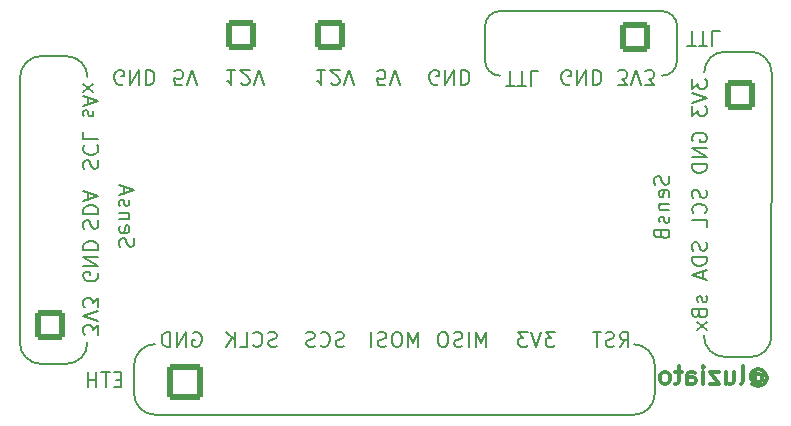
<source format=gbr>
%TF.GenerationSoftware,KiCad,Pcbnew,(7.0.0)*%
%TF.CreationDate,2023-03-08T14:36:46+01:00*%
%TF.ProjectId,booth fendi,626f6f74-6820-4666-956e-64692e6b6963,rev?*%
%TF.SameCoordinates,Original*%
%TF.FileFunction,Legend,Bot*%
%TF.FilePolarity,Positive*%
%FSLAX46Y46*%
G04 Gerber Fmt 4.6, Leading zero omitted, Abs format (unit mm)*
G04 Created by KiCad (PCBNEW (7.0.0)) date 2023-03-08 14:36:46*
%MOMM*%
%LPD*%
G01*
G04 APERTURE LIST*
G04 Aperture macros list*
%AMRoundRect*
0 Rectangle with rounded corners*
0 $1 Rounding radius*
0 $2 $3 $4 $5 $6 $7 $8 $9 X,Y pos of 4 corners*
0 Add a 4 corners polygon primitive as box body*
4,1,4,$2,$3,$4,$5,$6,$7,$8,$9,$2,$3,0*
0 Add four circle primitives for the rounded corners*
1,1,$1+$1,$2,$3*
1,1,$1+$1,$4,$5*
1,1,$1+$1,$6,$7*
1,1,$1+$1,$8,$9*
0 Add four rect primitives between the rounded corners*
20,1,$1+$1,$2,$3,$4,$5,0*
20,1,$1+$1,$4,$5,$6,$7,0*
20,1,$1+$1,$6,$7,$8,$9,0*
20,1,$1+$1,$8,$9,$2,$3,0*%
G04 Aperture macros list end*
%ADD10C,0.177800*%
%ADD11C,0.299720*%
%ADD12RoundRect,0.249999X-1.025001X1.025001X-1.025001X-1.025001X1.025001X-1.025001X1.025001X1.025001X0*%
%ADD13C,2.550000*%
%ADD14RoundRect,0.249999X1.025001X1.025001X-1.025001X1.025001X-1.025001X-1.025001X1.025001X-1.025001X0*%
%ADD15RoundRect,0.249999X-1.025001X-1.025001X1.025001X-1.025001X1.025001X1.025001X-1.025001X1.025001X0*%
%ADD16RoundRect,0.249999X1.025001X-1.025001X1.025001X1.025001X-1.025001X1.025001X-1.025001X-1.025001X0*%
%ADD17C,1.800000*%
%ADD18C,1.727200*%
%ADD19R,1.727200X1.727200*%
%ADD20RoundRect,0.249999X-1.300001X-1.300001X1.300001X-1.300001X1.300001X1.300001X-1.300001X1.300001X0*%
%ADD21C,3.100000*%
G04 APERTURE END LIST*
D10*
X176276000Y-72771000D02*
X176276000Y-75692000D01*
X180346382Y-74930000D02*
X182505382Y-74930000D01*
X124574236Y-101358764D02*
X122415236Y-101358764D01*
X182492618Y-100780882D02*
X180333618Y-100780882D01*
X161290000Y-71501000D02*
G75*
G03*
X160020000Y-72771000I0J-1270000D01*
G01*
X126365000Y-77089000D02*
G75*
G03*
X124587000Y-75311000I-1778000J0D01*
G01*
X174383836Y-101485764D02*
G75*
G03*
X172605764Y-99707764I-1778036J-36D01*
G01*
X178555618Y-99002882D02*
G75*
G03*
X180333618Y-100780882I1777982J-18D01*
G01*
X182492618Y-100780918D02*
G75*
G03*
X184270618Y-99002882I-18J1778018D01*
G01*
X120637236Y-99580764D02*
X120650000Y-77089000D01*
X132080000Y-99695000D02*
G75*
G03*
X130302000Y-101473000I0J-1778000D01*
G01*
X172605764Y-105676764D02*
G75*
G03*
X174383764Y-103898764I36J1777964D01*
G01*
X176276000Y-72771000D02*
G75*
G03*
X175006000Y-71501000I-1270000J0D01*
G01*
X161290000Y-71501000D02*
X175006000Y-71501000D01*
X122428000Y-75311000D02*
X124587000Y-75311000D01*
X184283382Y-76708000D02*
G75*
G03*
X182505382Y-74930000I-1777982J18D01*
G01*
X174383764Y-101485764D02*
X174383764Y-103898764D01*
X175006000Y-76962000D02*
G75*
G03*
X176276000Y-75692000I0J1270000D01*
G01*
X122428000Y-75311000D02*
G75*
G03*
X120650000Y-77089000I0J-1778000D01*
G01*
X120637236Y-99580764D02*
G75*
G03*
X122415236Y-101358764I1777964J-36D01*
G01*
X160020000Y-75692000D02*
G75*
G03*
X161290000Y-76962000I1270000J0D01*
G01*
X124574236Y-101358836D02*
G75*
G03*
X126352236Y-99580764I-36J1778036D01*
G01*
X130302000Y-103886000D02*
G75*
G03*
X132080000Y-105664000I1778000J0D01*
G01*
X184283382Y-76708000D02*
X184270618Y-99002882D01*
X180346382Y-74929964D02*
G75*
G03*
X178568382Y-76708000I18J-1778018D01*
G01*
X172605764Y-105676764D02*
X132080000Y-105664000D01*
X160020000Y-75692000D02*
X160020000Y-72771000D01*
X130302000Y-103886000D02*
X130302000Y-101473000D01*
X126066852Y-89928095D02*
X126006376Y-89746666D01*
X126006376Y-89746666D02*
X126006376Y-89444285D01*
X126006376Y-89444285D02*
X126066852Y-89323333D01*
X126066852Y-89323333D02*
X126127328Y-89262857D01*
X126127328Y-89262857D02*
X126248280Y-89202380D01*
X126248280Y-89202380D02*
X126369233Y-89202380D01*
X126369233Y-89202380D02*
X126490185Y-89262857D01*
X126490185Y-89262857D02*
X126550661Y-89323333D01*
X126550661Y-89323333D02*
X126611138Y-89444285D01*
X126611138Y-89444285D02*
X126671614Y-89686190D01*
X126671614Y-89686190D02*
X126732090Y-89807142D01*
X126732090Y-89807142D02*
X126792566Y-89867619D01*
X126792566Y-89867619D02*
X126913519Y-89928095D01*
X126913519Y-89928095D02*
X127034471Y-89928095D01*
X127034471Y-89928095D02*
X127155423Y-89867619D01*
X127155423Y-89867619D02*
X127215900Y-89807142D01*
X127215900Y-89807142D02*
X127276376Y-89686190D01*
X127276376Y-89686190D02*
X127276376Y-89383809D01*
X127276376Y-89383809D02*
X127215900Y-89202380D01*
X126006376Y-88658095D02*
X127276376Y-88658095D01*
X127276376Y-88658095D02*
X127276376Y-88355714D01*
X127276376Y-88355714D02*
X127215900Y-88174285D01*
X127215900Y-88174285D02*
X127094947Y-88053333D01*
X127094947Y-88053333D02*
X126973995Y-87992856D01*
X126973995Y-87992856D02*
X126732090Y-87932380D01*
X126732090Y-87932380D02*
X126550661Y-87932380D01*
X126550661Y-87932380D02*
X126308757Y-87992856D01*
X126308757Y-87992856D02*
X126187804Y-88053333D01*
X126187804Y-88053333D02*
X126066852Y-88174285D01*
X126066852Y-88174285D02*
X126006376Y-88355714D01*
X126006376Y-88355714D02*
X126006376Y-88658095D01*
X126369233Y-87448571D02*
X126369233Y-86843809D01*
X126006376Y-87569523D02*
X127276376Y-87146190D01*
X127276376Y-87146190D02*
X126006376Y-86722856D01*
X135303380Y-98717100D02*
X135424333Y-98656623D01*
X135424333Y-98656623D02*
X135605761Y-98656623D01*
X135605761Y-98656623D02*
X135787190Y-98717100D01*
X135787190Y-98717100D02*
X135908142Y-98838052D01*
X135908142Y-98838052D02*
X135968619Y-98959004D01*
X135968619Y-98959004D02*
X136029095Y-99200909D01*
X136029095Y-99200909D02*
X136029095Y-99382338D01*
X136029095Y-99382338D02*
X135968619Y-99624242D01*
X135968619Y-99624242D02*
X135908142Y-99745195D01*
X135908142Y-99745195D02*
X135787190Y-99866147D01*
X135787190Y-99866147D02*
X135605761Y-99926623D01*
X135605761Y-99926623D02*
X135484809Y-99926623D01*
X135484809Y-99926623D02*
X135303380Y-99866147D01*
X135303380Y-99866147D02*
X135242904Y-99805671D01*
X135242904Y-99805671D02*
X135242904Y-99382338D01*
X135242904Y-99382338D02*
X135484809Y-99382338D01*
X134698619Y-99926623D02*
X134698619Y-98656623D01*
X134698619Y-98656623D02*
X133972904Y-99926623D01*
X133972904Y-99926623D02*
X133972904Y-98656623D01*
X133368143Y-99926623D02*
X133368143Y-98656623D01*
X133368143Y-98656623D02*
X133065762Y-98656623D01*
X133065762Y-98656623D02*
X132884333Y-98717100D01*
X132884333Y-98717100D02*
X132763381Y-98838052D01*
X132763381Y-98838052D02*
X132702904Y-98959004D01*
X132702904Y-98959004D02*
X132642428Y-99200909D01*
X132642428Y-99200909D02*
X132642428Y-99382338D01*
X132642428Y-99382338D02*
X132702904Y-99624242D01*
X132702904Y-99624242D02*
X132763381Y-99745195D01*
X132763381Y-99745195D02*
X132884333Y-99866147D01*
X132884333Y-99866147D02*
X133065762Y-99926623D01*
X133065762Y-99926623D02*
X133368143Y-99926623D01*
X146509619Y-76476376D02*
X145783904Y-76476376D01*
X146146761Y-76476376D02*
X146146761Y-77746376D01*
X146146761Y-77746376D02*
X146025809Y-77564947D01*
X146025809Y-77564947D02*
X145904857Y-77443995D01*
X145904857Y-77443995D02*
X145783904Y-77383519D01*
X146993428Y-77625423D02*
X147053904Y-77685900D01*
X147053904Y-77685900D02*
X147174857Y-77746376D01*
X147174857Y-77746376D02*
X147477238Y-77746376D01*
X147477238Y-77746376D02*
X147598190Y-77685900D01*
X147598190Y-77685900D02*
X147658666Y-77625423D01*
X147658666Y-77625423D02*
X147719143Y-77504471D01*
X147719143Y-77504471D02*
X147719143Y-77383519D01*
X147719143Y-77383519D02*
X147658666Y-77202090D01*
X147658666Y-77202090D02*
X146932952Y-76476376D01*
X146932952Y-76476376D02*
X147719143Y-76476376D01*
X148082000Y-77746376D02*
X148505333Y-76476376D01*
X148505333Y-76476376D02*
X148928667Y-77746376D01*
X160098619Y-99926623D02*
X160098619Y-98656623D01*
X160098619Y-98656623D02*
X159675285Y-99563766D01*
X159675285Y-99563766D02*
X159251952Y-98656623D01*
X159251952Y-98656623D02*
X159251952Y-99926623D01*
X158647190Y-99926623D02*
X158647190Y-98656623D01*
X158102904Y-99866147D02*
X157921475Y-99926623D01*
X157921475Y-99926623D02*
X157619094Y-99926623D01*
X157619094Y-99926623D02*
X157498142Y-99866147D01*
X157498142Y-99866147D02*
X157437666Y-99805671D01*
X157437666Y-99805671D02*
X157377189Y-99684719D01*
X157377189Y-99684719D02*
X157377189Y-99563766D01*
X157377189Y-99563766D02*
X157437666Y-99442814D01*
X157437666Y-99442814D02*
X157498142Y-99382338D01*
X157498142Y-99382338D02*
X157619094Y-99321861D01*
X157619094Y-99321861D02*
X157860999Y-99261385D01*
X157860999Y-99261385D02*
X157981951Y-99200909D01*
X157981951Y-99200909D02*
X158042428Y-99140433D01*
X158042428Y-99140433D02*
X158102904Y-99019480D01*
X158102904Y-99019480D02*
X158102904Y-98898528D01*
X158102904Y-98898528D02*
X158042428Y-98777576D01*
X158042428Y-98777576D02*
X157981951Y-98717100D01*
X157981951Y-98717100D02*
X157860999Y-98656623D01*
X157860999Y-98656623D02*
X157558618Y-98656623D01*
X157558618Y-98656623D02*
X157377189Y-98717100D01*
X156590999Y-98656623D02*
X156349094Y-98656623D01*
X156349094Y-98656623D02*
X156228142Y-98717100D01*
X156228142Y-98717100D02*
X156107189Y-98838052D01*
X156107189Y-98838052D02*
X156046713Y-99079957D01*
X156046713Y-99079957D02*
X156046713Y-99503290D01*
X156046713Y-99503290D02*
X156107189Y-99745195D01*
X156107189Y-99745195D02*
X156228142Y-99866147D01*
X156228142Y-99866147D02*
X156349094Y-99926623D01*
X156349094Y-99926623D02*
X156590999Y-99926623D01*
X156590999Y-99926623D02*
X156711951Y-99866147D01*
X156711951Y-99866147D02*
X156832904Y-99745195D01*
X156832904Y-99745195D02*
X156893380Y-99503290D01*
X156893380Y-99503290D02*
X156893380Y-99079957D01*
X156893380Y-99079957D02*
X156832904Y-98838052D01*
X156832904Y-98838052D02*
X156711951Y-98717100D01*
X156711951Y-98717100D02*
X156590999Y-98656623D01*
X171437904Y-99926623D02*
X171861238Y-99321861D01*
X172163619Y-99926623D02*
X172163619Y-98656623D01*
X172163619Y-98656623D02*
X171679809Y-98656623D01*
X171679809Y-98656623D02*
X171558857Y-98717100D01*
X171558857Y-98717100D02*
X171498380Y-98777576D01*
X171498380Y-98777576D02*
X171437904Y-98898528D01*
X171437904Y-98898528D02*
X171437904Y-99079957D01*
X171437904Y-99079957D02*
X171498380Y-99200909D01*
X171498380Y-99200909D02*
X171558857Y-99261385D01*
X171558857Y-99261385D02*
X171679809Y-99321861D01*
X171679809Y-99321861D02*
X172163619Y-99321861D01*
X170954095Y-99866147D02*
X170772666Y-99926623D01*
X170772666Y-99926623D02*
X170470285Y-99926623D01*
X170470285Y-99926623D02*
X170349333Y-99866147D01*
X170349333Y-99866147D02*
X170288857Y-99805671D01*
X170288857Y-99805671D02*
X170228380Y-99684719D01*
X170228380Y-99684719D02*
X170228380Y-99563766D01*
X170228380Y-99563766D02*
X170288857Y-99442814D01*
X170288857Y-99442814D02*
X170349333Y-99382338D01*
X170349333Y-99382338D02*
X170470285Y-99321861D01*
X170470285Y-99321861D02*
X170712190Y-99261385D01*
X170712190Y-99261385D02*
X170833142Y-99200909D01*
X170833142Y-99200909D02*
X170893619Y-99140433D01*
X170893619Y-99140433D02*
X170954095Y-99019480D01*
X170954095Y-99019480D02*
X170954095Y-98898528D01*
X170954095Y-98898528D02*
X170893619Y-98777576D01*
X170893619Y-98777576D02*
X170833142Y-98717100D01*
X170833142Y-98717100D02*
X170712190Y-98656623D01*
X170712190Y-98656623D02*
X170409809Y-98656623D01*
X170409809Y-98656623D02*
X170228380Y-98717100D01*
X169865523Y-98656623D02*
X169139809Y-98656623D01*
X169502666Y-99926623D02*
X169502666Y-98656623D01*
X142379095Y-99866147D02*
X142197666Y-99926623D01*
X142197666Y-99926623D02*
X141895285Y-99926623D01*
X141895285Y-99926623D02*
X141774333Y-99866147D01*
X141774333Y-99866147D02*
X141713857Y-99805671D01*
X141713857Y-99805671D02*
X141653380Y-99684719D01*
X141653380Y-99684719D02*
X141653380Y-99563766D01*
X141653380Y-99563766D02*
X141713857Y-99442814D01*
X141713857Y-99442814D02*
X141774333Y-99382338D01*
X141774333Y-99382338D02*
X141895285Y-99321861D01*
X141895285Y-99321861D02*
X142137190Y-99261385D01*
X142137190Y-99261385D02*
X142258142Y-99200909D01*
X142258142Y-99200909D02*
X142318619Y-99140433D01*
X142318619Y-99140433D02*
X142379095Y-99019480D01*
X142379095Y-99019480D02*
X142379095Y-98898528D01*
X142379095Y-98898528D02*
X142318619Y-98777576D01*
X142318619Y-98777576D02*
X142258142Y-98717100D01*
X142258142Y-98717100D02*
X142137190Y-98656623D01*
X142137190Y-98656623D02*
X141834809Y-98656623D01*
X141834809Y-98656623D02*
X141653380Y-98717100D01*
X140383380Y-99805671D02*
X140443856Y-99866147D01*
X140443856Y-99866147D02*
X140625285Y-99926623D01*
X140625285Y-99926623D02*
X140746237Y-99926623D01*
X140746237Y-99926623D02*
X140927666Y-99866147D01*
X140927666Y-99866147D02*
X141048618Y-99745195D01*
X141048618Y-99745195D02*
X141109095Y-99624242D01*
X141109095Y-99624242D02*
X141169571Y-99382338D01*
X141169571Y-99382338D02*
X141169571Y-99200909D01*
X141169571Y-99200909D02*
X141109095Y-98959004D01*
X141109095Y-98959004D02*
X141048618Y-98838052D01*
X141048618Y-98838052D02*
X140927666Y-98717100D01*
X140927666Y-98717100D02*
X140746237Y-98656623D01*
X140746237Y-98656623D02*
X140625285Y-98656623D01*
X140625285Y-98656623D02*
X140443856Y-98717100D01*
X140443856Y-98717100D02*
X140383380Y-98777576D01*
X139234333Y-99926623D02*
X139839095Y-99926623D01*
X139839095Y-99926623D02*
X139839095Y-98656623D01*
X138811000Y-99926623D02*
X138811000Y-98656623D01*
X138085285Y-99926623D02*
X138629571Y-99200909D01*
X138085285Y-98656623D02*
X138811000Y-99382338D01*
X129364619Y-77685900D02*
X129243666Y-77746376D01*
X129243666Y-77746376D02*
X129062238Y-77746376D01*
X129062238Y-77746376D02*
X128880809Y-77685900D01*
X128880809Y-77685900D02*
X128759857Y-77564947D01*
X128759857Y-77564947D02*
X128699380Y-77443995D01*
X128699380Y-77443995D02*
X128638904Y-77202090D01*
X128638904Y-77202090D02*
X128638904Y-77020661D01*
X128638904Y-77020661D02*
X128699380Y-76778757D01*
X128699380Y-76778757D02*
X128759857Y-76657804D01*
X128759857Y-76657804D02*
X128880809Y-76536852D01*
X128880809Y-76536852D02*
X129062238Y-76476376D01*
X129062238Y-76476376D02*
X129183190Y-76476376D01*
X129183190Y-76476376D02*
X129364619Y-76536852D01*
X129364619Y-76536852D02*
X129425095Y-76597328D01*
X129425095Y-76597328D02*
X129425095Y-77020661D01*
X129425095Y-77020661D02*
X129183190Y-77020661D01*
X129969380Y-76476376D02*
X129969380Y-77746376D01*
X129969380Y-77746376D02*
X130695095Y-76476376D01*
X130695095Y-76476376D02*
X130695095Y-77746376D01*
X131299856Y-76476376D02*
X131299856Y-77746376D01*
X131299856Y-77746376D02*
X131602237Y-77746376D01*
X131602237Y-77746376D02*
X131783666Y-77685900D01*
X131783666Y-77685900D02*
X131904618Y-77564947D01*
X131904618Y-77564947D02*
X131965095Y-77443995D01*
X131965095Y-77443995D02*
X132025571Y-77202090D01*
X132025571Y-77202090D02*
X132025571Y-77020661D01*
X132025571Y-77020661D02*
X131965095Y-76778757D01*
X131965095Y-76778757D02*
X131904618Y-76657804D01*
X131904618Y-76657804D02*
X131783666Y-76536852D01*
X131783666Y-76536852D02*
X131602237Y-76476376D01*
X131602237Y-76476376D02*
X131299856Y-76476376D01*
X134384142Y-77746376D02*
X133779380Y-77746376D01*
X133779380Y-77746376D02*
X133718904Y-77141614D01*
X133718904Y-77141614D02*
X133779380Y-77202090D01*
X133779380Y-77202090D02*
X133900333Y-77262566D01*
X133900333Y-77262566D02*
X134202714Y-77262566D01*
X134202714Y-77262566D02*
X134323666Y-77202090D01*
X134323666Y-77202090D02*
X134384142Y-77141614D01*
X134384142Y-77141614D02*
X134444619Y-77020661D01*
X134444619Y-77020661D02*
X134444619Y-76718280D01*
X134444619Y-76718280D02*
X134384142Y-76597328D01*
X134384142Y-76597328D02*
X134323666Y-76536852D01*
X134323666Y-76536852D02*
X134202714Y-76476376D01*
X134202714Y-76476376D02*
X133900333Y-76476376D01*
X133900333Y-76476376D02*
X133779380Y-76536852D01*
X133779380Y-76536852D02*
X133718904Y-76597328D01*
X134807476Y-77746376D02*
X135230809Y-76476376D01*
X135230809Y-76476376D02*
X135654143Y-77746376D01*
X178733147Y-86601904D02*
X178793623Y-86783333D01*
X178793623Y-86783333D02*
X178793623Y-87085714D01*
X178793623Y-87085714D02*
X178733147Y-87206666D01*
X178733147Y-87206666D02*
X178672671Y-87267142D01*
X178672671Y-87267142D02*
X178551719Y-87327619D01*
X178551719Y-87327619D02*
X178430766Y-87327619D01*
X178430766Y-87327619D02*
X178309814Y-87267142D01*
X178309814Y-87267142D02*
X178249338Y-87206666D01*
X178249338Y-87206666D02*
X178188861Y-87085714D01*
X178188861Y-87085714D02*
X178128385Y-86843809D01*
X178128385Y-86843809D02*
X178067909Y-86722857D01*
X178067909Y-86722857D02*
X178007433Y-86662380D01*
X178007433Y-86662380D02*
X177886480Y-86601904D01*
X177886480Y-86601904D02*
X177765528Y-86601904D01*
X177765528Y-86601904D02*
X177644576Y-86662380D01*
X177644576Y-86662380D02*
X177584100Y-86722857D01*
X177584100Y-86722857D02*
X177523623Y-86843809D01*
X177523623Y-86843809D02*
X177523623Y-87146190D01*
X177523623Y-87146190D02*
X177584100Y-87327619D01*
X178672671Y-88597619D02*
X178733147Y-88537143D01*
X178733147Y-88537143D02*
X178793623Y-88355714D01*
X178793623Y-88355714D02*
X178793623Y-88234762D01*
X178793623Y-88234762D02*
X178733147Y-88053333D01*
X178733147Y-88053333D02*
X178612195Y-87932381D01*
X178612195Y-87932381D02*
X178491242Y-87871904D01*
X178491242Y-87871904D02*
X178249338Y-87811428D01*
X178249338Y-87811428D02*
X178067909Y-87811428D01*
X178067909Y-87811428D02*
X177826004Y-87871904D01*
X177826004Y-87871904D02*
X177705052Y-87932381D01*
X177705052Y-87932381D02*
X177584100Y-88053333D01*
X177584100Y-88053333D02*
X177523623Y-88234762D01*
X177523623Y-88234762D02*
X177523623Y-88355714D01*
X177523623Y-88355714D02*
X177584100Y-88537143D01*
X177584100Y-88537143D02*
X177644576Y-88597619D01*
X178793623Y-89746666D02*
X178793623Y-89141904D01*
X178793623Y-89141904D02*
X177523623Y-89141904D01*
X148094095Y-99866147D02*
X147912666Y-99926623D01*
X147912666Y-99926623D02*
X147610285Y-99926623D01*
X147610285Y-99926623D02*
X147489333Y-99866147D01*
X147489333Y-99866147D02*
X147428857Y-99805671D01*
X147428857Y-99805671D02*
X147368380Y-99684719D01*
X147368380Y-99684719D02*
X147368380Y-99563766D01*
X147368380Y-99563766D02*
X147428857Y-99442814D01*
X147428857Y-99442814D02*
X147489333Y-99382338D01*
X147489333Y-99382338D02*
X147610285Y-99321861D01*
X147610285Y-99321861D02*
X147852190Y-99261385D01*
X147852190Y-99261385D02*
X147973142Y-99200909D01*
X147973142Y-99200909D02*
X148033619Y-99140433D01*
X148033619Y-99140433D02*
X148094095Y-99019480D01*
X148094095Y-99019480D02*
X148094095Y-98898528D01*
X148094095Y-98898528D02*
X148033619Y-98777576D01*
X148033619Y-98777576D02*
X147973142Y-98717100D01*
X147973142Y-98717100D02*
X147852190Y-98656623D01*
X147852190Y-98656623D02*
X147549809Y-98656623D01*
X147549809Y-98656623D02*
X147368380Y-98717100D01*
X146098380Y-99805671D02*
X146158856Y-99866147D01*
X146158856Y-99866147D02*
X146340285Y-99926623D01*
X146340285Y-99926623D02*
X146461237Y-99926623D01*
X146461237Y-99926623D02*
X146642666Y-99866147D01*
X146642666Y-99866147D02*
X146763618Y-99745195D01*
X146763618Y-99745195D02*
X146824095Y-99624242D01*
X146824095Y-99624242D02*
X146884571Y-99382338D01*
X146884571Y-99382338D02*
X146884571Y-99200909D01*
X146884571Y-99200909D02*
X146824095Y-98959004D01*
X146824095Y-98959004D02*
X146763618Y-98838052D01*
X146763618Y-98838052D02*
X146642666Y-98717100D01*
X146642666Y-98717100D02*
X146461237Y-98656623D01*
X146461237Y-98656623D02*
X146340285Y-98656623D01*
X146340285Y-98656623D02*
X146158856Y-98717100D01*
X146158856Y-98717100D02*
X146098380Y-98777576D01*
X145614571Y-99866147D02*
X145433142Y-99926623D01*
X145433142Y-99926623D02*
X145130761Y-99926623D01*
X145130761Y-99926623D02*
X145009809Y-99866147D01*
X145009809Y-99866147D02*
X144949333Y-99805671D01*
X144949333Y-99805671D02*
X144888856Y-99684719D01*
X144888856Y-99684719D02*
X144888856Y-99563766D01*
X144888856Y-99563766D02*
X144949333Y-99442814D01*
X144949333Y-99442814D02*
X145009809Y-99382338D01*
X145009809Y-99382338D02*
X145130761Y-99321861D01*
X145130761Y-99321861D02*
X145372666Y-99261385D01*
X145372666Y-99261385D02*
X145493618Y-99200909D01*
X145493618Y-99200909D02*
X145554095Y-99140433D01*
X145554095Y-99140433D02*
X145614571Y-99019480D01*
X145614571Y-99019480D02*
X145614571Y-98898528D01*
X145614571Y-98898528D02*
X145554095Y-98777576D01*
X145554095Y-98777576D02*
X145493618Y-98717100D01*
X145493618Y-98717100D02*
X145372666Y-98656623D01*
X145372666Y-98656623D02*
X145070285Y-98656623D01*
X145070285Y-98656623D02*
X144888856Y-98717100D01*
X151529142Y-77746376D02*
X150924380Y-77746376D01*
X150924380Y-77746376D02*
X150863904Y-77141614D01*
X150863904Y-77141614D02*
X150924380Y-77202090D01*
X150924380Y-77202090D02*
X151045333Y-77262566D01*
X151045333Y-77262566D02*
X151347714Y-77262566D01*
X151347714Y-77262566D02*
X151468666Y-77202090D01*
X151468666Y-77202090D02*
X151529142Y-77141614D01*
X151529142Y-77141614D02*
X151589619Y-77020661D01*
X151589619Y-77020661D02*
X151589619Y-76718280D01*
X151589619Y-76718280D02*
X151529142Y-76597328D01*
X151529142Y-76597328D02*
X151468666Y-76536852D01*
X151468666Y-76536852D02*
X151347714Y-76476376D01*
X151347714Y-76476376D02*
X151045333Y-76476376D01*
X151045333Y-76476376D02*
X150924380Y-76536852D01*
X150924380Y-76536852D02*
X150863904Y-76597328D01*
X151952476Y-77746376D02*
X152375809Y-76476376D01*
X152375809Y-76476376D02*
X152799143Y-77746376D01*
D11*
X182865485Y-102338257D02*
X182936847Y-102266895D01*
X182936847Y-102266895D02*
X183079571Y-102195533D01*
X183079571Y-102195533D02*
X183222295Y-102195533D01*
X183222295Y-102195533D02*
X183365019Y-102266895D01*
X183365019Y-102266895D02*
X183436380Y-102338257D01*
X183436380Y-102338257D02*
X183507742Y-102480980D01*
X183507742Y-102480980D02*
X183507742Y-102623704D01*
X183507742Y-102623704D02*
X183436380Y-102766428D01*
X183436380Y-102766428D02*
X183365019Y-102837790D01*
X183365019Y-102837790D02*
X183222295Y-102909152D01*
X183222295Y-102909152D02*
X183079571Y-102909152D01*
X183079571Y-102909152D02*
X182936847Y-102837790D01*
X182936847Y-102837790D02*
X182865485Y-102766428D01*
X182865485Y-102195533D02*
X182865485Y-102766428D01*
X182865485Y-102766428D02*
X182794123Y-102837790D01*
X182794123Y-102837790D02*
X182722761Y-102837790D01*
X182722761Y-102837790D02*
X182580038Y-102766428D01*
X182580038Y-102766428D02*
X182508676Y-102623704D01*
X182508676Y-102623704D02*
X182508676Y-102266895D01*
X182508676Y-102266895D02*
X182651400Y-102052809D01*
X182651400Y-102052809D02*
X182865485Y-101910085D01*
X182865485Y-101910085D02*
X183150933Y-101838723D01*
X183150933Y-101838723D02*
X183436380Y-101910085D01*
X183436380Y-101910085D02*
X183650466Y-102052809D01*
X183650466Y-102052809D02*
X183793190Y-102266895D01*
X183793190Y-102266895D02*
X183864552Y-102552342D01*
X183864552Y-102552342D02*
X183793190Y-102837790D01*
X183793190Y-102837790D02*
X183650466Y-103051876D01*
X183650466Y-103051876D02*
X183436380Y-103194599D01*
X183436380Y-103194599D02*
X183150933Y-103265961D01*
X183150933Y-103265961D02*
X182865485Y-103194599D01*
X182865485Y-103194599D02*
X182651400Y-103051876D01*
X181652333Y-103051876D02*
X181795057Y-102980514D01*
X181795057Y-102980514D02*
X181866419Y-102837790D01*
X181866419Y-102837790D02*
X181866419Y-101553276D01*
X180439181Y-102052809D02*
X180439181Y-103051876D01*
X181081438Y-102052809D02*
X181081438Y-102837790D01*
X181081438Y-102837790D02*
X181010076Y-102980514D01*
X181010076Y-102980514D02*
X180867352Y-103051876D01*
X180867352Y-103051876D02*
X180653267Y-103051876D01*
X180653267Y-103051876D02*
X180510543Y-102980514D01*
X180510543Y-102980514D02*
X180439181Y-102909152D01*
X179868286Y-102052809D02*
X179083305Y-102052809D01*
X179083305Y-102052809D02*
X179868286Y-103051876D01*
X179868286Y-103051876D02*
X179083305Y-103051876D01*
X178512410Y-103051876D02*
X178512410Y-102052809D01*
X178512410Y-101553276D02*
X178583772Y-101624638D01*
X178583772Y-101624638D02*
X178512410Y-101695999D01*
X178512410Y-101695999D02*
X178441048Y-101624638D01*
X178441048Y-101624638D02*
X178512410Y-101553276D01*
X178512410Y-101553276D02*
X178512410Y-101695999D01*
X177156534Y-103051876D02*
X177156534Y-102266895D01*
X177156534Y-102266895D02*
X177227896Y-102124171D01*
X177227896Y-102124171D02*
X177370620Y-102052809D01*
X177370620Y-102052809D02*
X177656067Y-102052809D01*
X177656067Y-102052809D02*
X177798791Y-102124171D01*
X177156534Y-102980514D02*
X177299258Y-103051876D01*
X177299258Y-103051876D02*
X177656067Y-103051876D01*
X177656067Y-103051876D02*
X177798791Y-102980514D01*
X177798791Y-102980514D02*
X177870153Y-102837790D01*
X177870153Y-102837790D02*
X177870153Y-102695066D01*
X177870153Y-102695066D02*
X177798791Y-102552342D01*
X177798791Y-102552342D02*
X177656067Y-102480980D01*
X177656067Y-102480980D02*
X177299258Y-102480980D01*
X177299258Y-102480980D02*
X177156534Y-102409618D01*
X176657001Y-102052809D02*
X176086105Y-102052809D01*
X176442915Y-101553276D02*
X176442915Y-102837790D01*
X176442915Y-102837790D02*
X176371553Y-102980514D01*
X176371553Y-102980514D02*
X176228829Y-103051876D01*
X176228829Y-103051876D02*
X176086105Y-103051876D01*
X175372486Y-103051876D02*
X175515210Y-102980514D01*
X175515210Y-102980514D02*
X175586572Y-102909152D01*
X175586572Y-102909152D02*
X175657934Y-102766428D01*
X175657934Y-102766428D02*
X175657934Y-102338257D01*
X175657934Y-102338257D02*
X175586572Y-102195533D01*
X175586572Y-102195533D02*
X175515210Y-102124171D01*
X175515210Y-102124171D02*
X175372486Y-102052809D01*
X175372486Y-102052809D02*
X175158401Y-102052809D01*
X175158401Y-102052809D02*
X175015677Y-102124171D01*
X175015677Y-102124171D02*
X174944315Y-102195533D01*
X174944315Y-102195533D02*
X174872953Y-102338257D01*
X174872953Y-102338257D02*
X174872953Y-102766428D01*
X174872953Y-102766428D02*
X174944315Y-102909152D01*
X174944315Y-102909152D02*
X175015677Y-102980514D01*
X175015677Y-102980514D02*
X175158401Y-103051876D01*
X175158401Y-103051876D02*
X175372486Y-103051876D01*
D10*
X177523623Y-77270428D02*
X177523623Y-78056619D01*
X177523623Y-78056619D02*
X178007433Y-77633285D01*
X178007433Y-77633285D02*
X178007433Y-77814714D01*
X178007433Y-77814714D02*
X178067909Y-77935666D01*
X178067909Y-77935666D02*
X178128385Y-77996142D01*
X178128385Y-77996142D02*
X178249338Y-78056619D01*
X178249338Y-78056619D02*
X178551719Y-78056619D01*
X178551719Y-78056619D02*
X178672671Y-77996142D01*
X178672671Y-77996142D02*
X178733147Y-77935666D01*
X178733147Y-77935666D02*
X178793623Y-77814714D01*
X178793623Y-77814714D02*
X178793623Y-77451857D01*
X178793623Y-77451857D02*
X178733147Y-77330904D01*
X178733147Y-77330904D02*
X178672671Y-77270428D01*
X177523623Y-78419476D02*
X178793623Y-78842809D01*
X178793623Y-78842809D02*
X177523623Y-79266143D01*
X177523623Y-79568523D02*
X177523623Y-80354714D01*
X177523623Y-80354714D02*
X178007433Y-79931380D01*
X178007433Y-79931380D02*
X178007433Y-80112809D01*
X178007433Y-80112809D02*
X178067909Y-80233761D01*
X178067909Y-80233761D02*
X178128385Y-80294237D01*
X178128385Y-80294237D02*
X178249338Y-80354714D01*
X178249338Y-80354714D02*
X178551719Y-80354714D01*
X178551719Y-80354714D02*
X178672671Y-80294237D01*
X178672671Y-80294237D02*
X178733147Y-80233761D01*
X178733147Y-80233761D02*
X178793623Y-80112809D01*
X178793623Y-80112809D02*
X178793623Y-79749952D01*
X178793623Y-79749952D02*
X178733147Y-79628999D01*
X178733147Y-79628999D02*
X178672671Y-79568523D01*
X178733147Y-91046904D02*
X178793623Y-91228333D01*
X178793623Y-91228333D02*
X178793623Y-91530714D01*
X178793623Y-91530714D02*
X178733147Y-91651666D01*
X178733147Y-91651666D02*
X178672671Y-91712142D01*
X178672671Y-91712142D02*
X178551719Y-91772619D01*
X178551719Y-91772619D02*
X178430766Y-91772619D01*
X178430766Y-91772619D02*
X178309814Y-91712142D01*
X178309814Y-91712142D02*
X178249338Y-91651666D01*
X178249338Y-91651666D02*
X178188861Y-91530714D01*
X178188861Y-91530714D02*
X178128385Y-91288809D01*
X178128385Y-91288809D02*
X178067909Y-91167857D01*
X178067909Y-91167857D02*
X178007433Y-91107380D01*
X178007433Y-91107380D02*
X177886480Y-91046904D01*
X177886480Y-91046904D02*
X177765528Y-91046904D01*
X177765528Y-91046904D02*
X177644576Y-91107380D01*
X177644576Y-91107380D02*
X177584100Y-91167857D01*
X177584100Y-91167857D02*
X177523623Y-91288809D01*
X177523623Y-91288809D02*
X177523623Y-91591190D01*
X177523623Y-91591190D02*
X177584100Y-91772619D01*
X178793623Y-92316904D02*
X177523623Y-92316904D01*
X177523623Y-92316904D02*
X177523623Y-92619285D01*
X177523623Y-92619285D02*
X177584100Y-92800714D01*
X177584100Y-92800714D02*
X177705052Y-92921666D01*
X177705052Y-92921666D02*
X177826004Y-92982143D01*
X177826004Y-92982143D02*
X178067909Y-93042619D01*
X178067909Y-93042619D02*
X178249338Y-93042619D01*
X178249338Y-93042619D02*
X178491242Y-92982143D01*
X178491242Y-92982143D02*
X178612195Y-92921666D01*
X178612195Y-92921666D02*
X178733147Y-92800714D01*
X178733147Y-92800714D02*
X178793623Y-92619285D01*
X178793623Y-92619285D02*
X178793623Y-92316904D01*
X178430766Y-93526428D02*
X178430766Y-94131190D01*
X178793623Y-93405476D02*
X177523623Y-93828809D01*
X177523623Y-93828809D02*
X178793623Y-94252143D01*
X127215900Y-93647380D02*
X127276376Y-93768333D01*
X127276376Y-93768333D02*
X127276376Y-93949761D01*
X127276376Y-93949761D02*
X127215900Y-94131190D01*
X127215900Y-94131190D02*
X127094947Y-94252142D01*
X127094947Y-94252142D02*
X126973995Y-94312619D01*
X126973995Y-94312619D02*
X126732090Y-94373095D01*
X126732090Y-94373095D02*
X126550661Y-94373095D01*
X126550661Y-94373095D02*
X126308757Y-94312619D01*
X126308757Y-94312619D02*
X126187804Y-94252142D01*
X126187804Y-94252142D02*
X126066852Y-94131190D01*
X126066852Y-94131190D02*
X126006376Y-93949761D01*
X126006376Y-93949761D02*
X126006376Y-93828809D01*
X126006376Y-93828809D02*
X126066852Y-93647380D01*
X126066852Y-93647380D02*
X126127328Y-93586904D01*
X126127328Y-93586904D02*
X126550661Y-93586904D01*
X126550661Y-93586904D02*
X126550661Y-93828809D01*
X126006376Y-93042619D02*
X127276376Y-93042619D01*
X127276376Y-93042619D02*
X126006376Y-92316904D01*
X126006376Y-92316904D02*
X127276376Y-92316904D01*
X126006376Y-91712143D02*
X127276376Y-91712143D01*
X127276376Y-91712143D02*
X127276376Y-91409762D01*
X127276376Y-91409762D02*
X127215900Y-91228333D01*
X127215900Y-91228333D02*
X127094947Y-91107381D01*
X127094947Y-91107381D02*
X126973995Y-91046904D01*
X126973995Y-91046904D02*
X126732090Y-90986428D01*
X126732090Y-90986428D02*
X126550661Y-90986428D01*
X126550661Y-90986428D02*
X126308757Y-91046904D01*
X126308757Y-91046904D02*
X126187804Y-91107381D01*
X126187804Y-91107381D02*
X126066852Y-91228333D01*
X126066852Y-91228333D02*
X126006376Y-91409762D01*
X126006376Y-91409762D02*
X126006376Y-91712143D01*
X127276376Y-98878571D02*
X127276376Y-98092380D01*
X127276376Y-98092380D02*
X126792566Y-98515714D01*
X126792566Y-98515714D02*
X126792566Y-98334285D01*
X126792566Y-98334285D02*
X126732090Y-98213333D01*
X126732090Y-98213333D02*
X126671614Y-98152857D01*
X126671614Y-98152857D02*
X126550661Y-98092380D01*
X126550661Y-98092380D02*
X126248280Y-98092380D01*
X126248280Y-98092380D02*
X126127328Y-98152857D01*
X126127328Y-98152857D02*
X126066852Y-98213333D01*
X126066852Y-98213333D02*
X126006376Y-98334285D01*
X126006376Y-98334285D02*
X126006376Y-98697142D01*
X126006376Y-98697142D02*
X126066852Y-98818095D01*
X126066852Y-98818095D02*
X126127328Y-98878571D01*
X127276376Y-97729523D02*
X126006376Y-97306190D01*
X126006376Y-97306190D02*
X127276376Y-96882856D01*
X127276376Y-96580476D02*
X127276376Y-95794285D01*
X127276376Y-95794285D02*
X126792566Y-96217619D01*
X126792566Y-96217619D02*
X126792566Y-96036190D01*
X126792566Y-96036190D02*
X126732090Y-95915238D01*
X126732090Y-95915238D02*
X126671614Y-95854762D01*
X126671614Y-95854762D02*
X126550661Y-95794285D01*
X126550661Y-95794285D02*
X126248280Y-95794285D01*
X126248280Y-95794285D02*
X126127328Y-95854762D01*
X126127328Y-95854762D02*
X126066852Y-95915238D01*
X126066852Y-95915238D02*
X126006376Y-96036190D01*
X126006376Y-96036190D02*
X126006376Y-96399047D01*
X126006376Y-96399047D02*
X126066852Y-96520000D01*
X126066852Y-96520000D02*
X126127328Y-96580476D01*
X177158952Y-74444376D02*
X177884666Y-74444376D01*
X177521809Y-73174376D02*
X177521809Y-74444376D01*
X178126571Y-74444376D02*
X178852285Y-74444376D01*
X178489428Y-73174376D02*
X178489428Y-74444376D01*
X179880380Y-73174376D02*
X179275618Y-73174376D01*
X179275618Y-73174376D02*
X179275618Y-74444376D01*
X177584100Y-82501619D02*
X177523623Y-82380666D01*
X177523623Y-82380666D02*
X177523623Y-82199238D01*
X177523623Y-82199238D02*
X177584100Y-82017809D01*
X177584100Y-82017809D02*
X177705052Y-81896857D01*
X177705052Y-81896857D02*
X177826004Y-81836380D01*
X177826004Y-81836380D02*
X178067909Y-81775904D01*
X178067909Y-81775904D02*
X178249338Y-81775904D01*
X178249338Y-81775904D02*
X178491242Y-81836380D01*
X178491242Y-81836380D02*
X178612195Y-81896857D01*
X178612195Y-81896857D02*
X178733147Y-82017809D01*
X178733147Y-82017809D02*
X178793623Y-82199238D01*
X178793623Y-82199238D02*
X178793623Y-82320190D01*
X178793623Y-82320190D02*
X178733147Y-82501619D01*
X178733147Y-82501619D02*
X178672671Y-82562095D01*
X178672671Y-82562095D02*
X178249338Y-82562095D01*
X178249338Y-82562095D02*
X178249338Y-82320190D01*
X178793623Y-83106380D02*
X177523623Y-83106380D01*
X177523623Y-83106380D02*
X178793623Y-83832095D01*
X178793623Y-83832095D02*
X177523623Y-83832095D01*
X178793623Y-84436856D02*
X177523623Y-84436856D01*
X177523623Y-84436856D02*
X177523623Y-84739237D01*
X177523623Y-84739237D02*
X177584100Y-84920666D01*
X177584100Y-84920666D02*
X177705052Y-85041618D01*
X177705052Y-85041618D02*
X177826004Y-85102095D01*
X177826004Y-85102095D02*
X178067909Y-85162571D01*
X178067909Y-85162571D02*
X178249338Y-85162571D01*
X178249338Y-85162571D02*
X178491242Y-85102095D01*
X178491242Y-85102095D02*
X178612195Y-85041618D01*
X178612195Y-85041618D02*
X178733147Y-84920666D01*
X178733147Y-84920666D02*
X178793623Y-84739237D01*
X178793623Y-84739237D02*
X178793623Y-84436856D01*
X178733147Y-95618904D02*
X178793623Y-95739857D01*
X178793623Y-95739857D02*
X178793623Y-95981761D01*
X178793623Y-95981761D02*
X178733147Y-96102714D01*
X178733147Y-96102714D02*
X178612195Y-96163190D01*
X178612195Y-96163190D02*
X178551719Y-96163190D01*
X178551719Y-96163190D02*
X178430766Y-96102714D01*
X178430766Y-96102714D02*
X178370290Y-95981761D01*
X178370290Y-95981761D02*
X178370290Y-95800333D01*
X178370290Y-95800333D02*
X178309814Y-95679380D01*
X178309814Y-95679380D02*
X178188861Y-95618904D01*
X178188861Y-95618904D02*
X178128385Y-95618904D01*
X178128385Y-95618904D02*
X178007433Y-95679380D01*
X178007433Y-95679380D02*
X177946957Y-95800333D01*
X177946957Y-95800333D02*
X177946957Y-95981761D01*
X177946957Y-95981761D02*
X178007433Y-96102714D01*
X178128385Y-97130809D02*
X178188861Y-97312237D01*
X178188861Y-97312237D02*
X178249338Y-97372714D01*
X178249338Y-97372714D02*
X178370290Y-97433190D01*
X178370290Y-97433190D02*
X178551719Y-97433190D01*
X178551719Y-97433190D02*
X178672671Y-97372714D01*
X178672671Y-97372714D02*
X178733147Y-97312237D01*
X178733147Y-97312237D02*
X178793623Y-97191285D01*
X178793623Y-97191285D02*
X178793623Y-96707475D01*
X178793623Y-96707475D02*
X177523623Y-96707475D01*
X177523623Y-96707475D02*
X177523623Y-97130809D01*
X177523623Y-97130809D02*
X177584100Y-97251761D01*
X177584100Y-97251761D02*
X177644576Y-97312237D01*
X177644576Y-97312237D02*
X177765528Y-97372714D01*
X177765528Y-97372714D02*
X177886480Y-97372714D01*
X177886480Y-97372714D02*
X178007433Y-97312237D01*
X178007433Y-97312237D02*
X178067909Y-97251761D01*
X178067909Y-97251761D02*
X178128385Y-97130809D01*
X178128385Y-97130809D02*
X178128385Y-96707475D01*
X178793623Y-97856523D02*
X177946957Y-98521761D01*
X177946957Y-97856523D02*
X178793623Y-98521761D01*
X171250428Y-77746376D02*
X172036619Y-77746376D01*
X172036619Y-77746376D02*
X171613285Y-77262566D01*
X171613285Y-77262566D02*
X171794714Y-77262566D01*
X171794714Y-77262566D02*
X171915666Y-77202090D01*
X171915666Y-77202090D02*
X171976142Y-77141614D01*
X171976142Y-77141614D02*
X172036619Y-77020661D01*
X172036619Y-77020661D02*
X172036619Y-76718280D01*
X172036619Y-76718280D02*
X171976142Y-76597328D01*
X171976142Y-76597328D02*
X171915666Y-76536852D01*
X171915666Y-76536852D02*
X171794714Y-76476376D01*
X171794714Y-76476376D02*
X171431857Y-76476376D01*
X171431857Y-76476376D02*
X171310904Y-76536852D01*
X171310904Y-76536852D02*
X171250428Y-76597328D01*
X172399476Y-77746376D02*
X172822809Y-76476376D01*
X172822809Y-76476376D02*
X173246143Y-77746376D01*
X173548523Y-77746376D02*
X174334714Y-77746376D01*
X174334714Y-77746376D02*
X173911380Y-77262566D01*
X173911380Y-77262566D02*
X174092809Y-77262566D01*
X174092809Y-77262566D02*
X174213761Y-77202090D01*
X174213761Y-77202090D02*
X174274237Y-77141614D01*
X174274237Y-77141614D02*
X174334714Y-77020661D01*
X174334714Y-77020661D02*
X174334714Y-76718280D01*
X174334714Y-76718280D02*
X174274237Y-76597328D01*
X174274237Y-76597328D02*
X174213761Y-76536852D01*
X174213761Y-76536852D02*
X174092809Y-76476376D01*
X174092809Y-76476376D02*
X173729952Y-76476376D01*
X173729952Y-76476376D02*
X173608999Y-76536852D01*
X173608999Y-76536852D02*
X173548523Y-76597328D01*
X165934571Y-98656623D02*
X165148380Y-98656623D01*
X165148380Y-98656623D02*
X165571714Y-99140433D01*
X165571714Y-99140433D02*
X165390285Y-99140433D01*
X165390285Y-99140433D02*
X165269333Y-99200909D01*
X165269333Y-99200909D02*
X165208857Y-99261385D01*
X165208857Y-99261385D02*
X165148380Y-99382338D01*
X165148380Y-99382338D02*
X165148380Y-99684719D01*
X165148380Y-99684719D02*
X165208857Y-99805671D01*
X165208857Y-99805671D02*
X165269333Y-99866147D01*
X165269333Y-99866147D02*
X165390285Y-99926623D01*
X165390285Y-99926623D02*
X165753142Y-99926623D01*
X165753142Y-99926623D02*
X165874095Y-99866147D01*
X165874095Y-99866147D02*
X165934571Y-99805671D01*
X164785523Y-98656623D02*
X164362190Y-99926623D01*
X164362190Y-99926623D02*
X163938856Y-98656623D01*
X163636476Y-98656623D02*
X162850285Y-98656623D01*
X162850285Y-98656623D02*
X163273619Y-99140433D01*
X163273619Y-99140433D02*
X163092190Y-99140433D01*
X163092190Y-99140433D02*
X162971238Y-99200909D01*
X162971238Y-99200909D02*
X162910762Y-99261385D01*
X162910762Y-99261385D02*
X162850285Y-99382338D01*
X162850285Y-99382338D02*
X162850285Y-99684719D01*
X162850285Y-99684719D02*
X162910762Y-99805671D01*
X162910762Y-99805671D02*
X162971238Y-99866147D01*
X162971238Y-99866147D02*
X163092190Y-99926623D01*
X163092190Y-99926623D02*
X163455047Y-99926623D01*
X163455047Y-99926623D02*
X163576000Y-99866147D01*
X163576000Y-99866147D02*
X163636476Y-99805671D01*
X129237619Y-102690385D02*
X128814285Y-102690385D01*
X128632857Y-103355623D02*
X129237619Y-103355623D01*
X129237619Y-103355623D02*
X129237619Y-102085623D01*
X129237619Y-102085623D02*
X128632857Y-102085623D01*
X128269999Y-102085623D02*
X127544285Y-102085623D01*
X127907142Y-103355623D02*
X127907142Y-102085623D01*
X127120952Y-103355623D02*
X127120952Y-102085623D01*
X127120952Y-102690385D02*
X126395237Y-102690385D01*
X126395237Y-103355623D02*
X126395237Y-102085623D01*
X161791952Y-77873376D02*
X162517666Y-77873376D01*
X162154809Y-76603376D02*
X162154809Y-77873376D01*
X162759571Y-77873376D02*
X163485285Y-77873376D01*
X163122428Y-76603376D02*
X163122428Y-77873376D01*
X164513380Y-76603376D02*
X163908618Y-76603376D01*
X163908618Y-76603376D02*
X163908618Y-77873376D01*
X126066852Y-80403095D02*
X126006376Y-80282142D01*
X126006376Y-80282142D02*
X126006376Y-80040238D01*
X126006376Y-80040238D02*
X126066852Y-79919285D01*
X126066852Y-79919285D02*
X126187804Y-79858809D01*
X126187804Y-79858809D02*
X126248280Y-79858809D01*
X126248280Y-79858809D02*
X126369233Y-79919285D01*
X126369233Y-79919285D02*
X126429709Y-80040238D01*
X126429709Y-80040238D02*
X126429709Y-80221666D01*
X126429709Y-80221666D02*
X126490185Y-80342619D01*
X126490185Y-80342619D02*
X126611138Y-80403095D01*
X126611138Y-80403095D02*
X126671614Y-80403095D01*
X126671614Y-80403095D02*
X126792566Y-80342619D01*
X126792566Y-80342619D02*
X126853042Y-80221666D01*
X126853042Y-80221666D02*
X126853042Y-80040238D01*
X126853042Y-80040238D02*
X126792566Y-79919285D01*
X126369233Y-79375000D02*
X126369233Y-78770238D01*
X126006376Y-79495952D02*
X127276376Y-79072619D01*
X127276376Y-79072619D02*
X126006376Y-78649285D01*
X126006376Y-78346905D02*
X126853042Y-77681667D01*
X126853042Y-78346905D02*
X126006376Y-77681667D01*
X129114852Y-91452095D02*
X129054376Y-91270666D01*
X129054376Y-91270666D02*
X129054376Y-90968285D01*
X129054376Y-90968285D02*
X129114852Y-90847333D01*
X129114852Y-90847333D02*
X129175328Y-90786857D01*
X129175328Y-90786857D02*
X129296280Y-90726380D01*
X129296280Y-90726380D02*
X129417233Y-90726380D01*
X129417233Y-90726380D02*
X129538185Y-90786857D01*
X129538185Y-90786857D02*
X129598661Y-90847333D01*
X129598661Y-90847333D02*
X129659138Y-90968285D01*
X129659138Y-90968285D02*
X129719614Y-91210190D01*
X129719614Y-91210190D02*
X129780090Y-91331142D01*
X129780090Y-91331142D02*
X129840566Y-91391619D01*
X129840566Y-91391619D02*
X129961519Y-91452095D01*
X129961519Y-91452095D02*
X130082471Y-91452095D01*
X130082471Y-91452095D02*
X130203423Y-91391619D01*
X130203423Y-91391619D02*
X130263900Y-91331142D01*
X130263900Y-91331142D02*
X130324376Y-91210190D01*
X130324376Y-91210190D02*
X130324376Y-90907809D01*
X130324376Y-90907809D02*
X130263900Y-90726380D01*
X129114852Y-89698285D02*
X129054376Y-89819237D01*
X129054376Y-89819237D02*
X129054376Y-90061142D01*
X129054376Y-90061142D02*
X129114852Y-90182095D01*
X129114852Y-90182095D02*
X129235804Y-90242571D01*
X129235804Y-90242571D02*
X129719614Y-90242571D01*
X129719614Y-90242571D02*
X129840566Y-90182095D01*
X129840566Y-90182095D02*
X129901042Y-90061142D01*
X129901042Y-90061142D02*
X129901042Y-89819237D01*
X129901042Y-89819237D02*
X129840566Y-89698285D01*
X129840566Y-89698285D02*
X129719614Y-89637809D01*
X129719614Y-89637809D02*
X129598661Y-89637809D01*
X129598661Y-89637809D02*
X129477709Y-90242571D01*
X129901042Y-89093524D02*
X129054376Y-89093524D01*
X129780090Y-89093524D02*
X129840566Y-89033047D01*
X129840566Y-89033047D02*
X129901042Y-88912095D01*
X129901042Y-88912095D02*
X129901042Y-88730666D01*
X129901042Y-88730666D02*
X129840566Y-88609714D01*
X129840566Y-88609714D02*
X129719614Y-88549238D01*
X129719614Y-88549238D02*
X129054376Y-88549238D01*
X129114852Y-88004952D02*
X129054376Y-87883999D01*
X129054376Y-87883999D02*
X129054376Y-87642095D01*
X129054376Y-87642095D02*
X129114852Y-87521142D01*
X129114852Y-87521142D02*
X129235804Y-87460666D01*
X129235804Y-87460666D02*
X129296280Y-87460666D01*
X129296280Y-87460666D02*
X129417233Y-87521142D01*
X129417233Y-87521142D02*
X129477709Y-87642095D01*
X129477709Y-87642095D02*
X129477709Y-87823523D01*
X129477709Y-87823523D02*
X129538185Y-87944476D01*
X129538185Y-87944476D02*
X129659138Y-88004952D01*
X129659138Y-88004952D02*
X129719614Y-88004952D01*
X129719614Y-88004952D02*
X129840566Y-87944476D01*
X129840566Y-87944476D02*
X129901042Y-87823523D01*
X129901042Y-87823523D02*
X129901042Y-87642095D01*
X129901042Y-87642095D02*
X129840566Y-87521142D01*
X129417233Y-86976857D02*
X129417233Y-86372095D01*
X129054376Y-87097809D02*
X130324376Y-86674476D01*
X130324376Y-86674476D02*
X129054376Y-86251142D01*
X138889619Y-76476376D02*
X138163904Y-76476376D01*
X138526761Y-76476376D02*
X138526761Y-77746376D01*
X138526761Y-77746376D02*
X138405809Y-77564947D01*
X138405809Y-77564947D02*
X138284857Y-77443995D01*
X138284857Y-77443995D02*
X138163904Y-77383519D01*
X139373428Y-77625423D02*
X139433904Y-77685900D01*
X139433904Y-77685900D02*
X139554857Y-77746376D01*
X139554857Y-77746376D02*
X139857238Y-77746376D01*
X139857238Y-77746376D02*
X139978190Y-77685900D01*
X139978190Y-77685900D02*
X140038666Y-77625423D01*
X140038666Y-77625423D02*
X140099143Y-77504471D01*
X140099143Y-77504471D02*
X140099143Y-77383519D01*
X140099143Y-77383519D02*
X140038666Y-77202090D01*
X140038666Y-77202090D02*
X139312952Y-76476376D01*
X139312952Y-76476376D02*
X140099143Y-76476376D01*
X140462000Y-77746376D02*
X140885333Y-76476376D01*
X140885333Y-76476376D02*
X141308667Y-77746376D01*
X167210619Y-77685900D02*
X167089666Y-77746376D01*
X167089666Y-77746376D02*
X166908238Y-77746376D01*
X166908238Y-77746376D02*
X166726809Y-77685900D01*
X166726809Y-77685900D02*
X166605857Y-77564947D01*
X166605857Y-77564947D02*
X166545380Y-77443995D01*
X166545380Y-77443995D02*
X166484904Y-77202090D01*
X166484904Y-77202090D02*
X166484904Y-77020661D01*
X166484904Y-77020661D02*
X166545380Y-76778757D01*
X166545380Y-76778757D02*
X166605857Y-76657804D01*
X166605857Y-76657804D02*
X166726809Y-76536852D01*
X166726809Y-76536852D02*
X166908238Y-76476376D01*
X166908238Y-76476376D02*
X167029190Y-76476376D01*
X167029190Y-76476376D02*
X167210619Y-76536852D01*
X167210619Y-76536852D02*
X167271095Y-76597328D01*
X167271095Y-76597328D02*
X167271095Y-77020661D01*
X167271095Y-77020661D02*
X167029190Y-77020661D01*
X167815380Y-76476376D02*
X167815380Y-77746376D01*
X167815380Y-77746376D02*
X168541095Y-76476376D01*
X168541095Y-76476376D02*
X168541095Y-77746376D01*
X169145856Y-76476376D02*
X169145856Y-77746376D01*
X169145856Y-77746376D02*
X169448237Y-77746376D01*
X169448237Y-77746376D02*
X169629666Y-77685900D01*
X169629666Y-77685900D02*
X169750618Y-77564947D01*
X169750618Y-77564947D02*
X169811095Y-77443995D01*
X169811095Y-77443995D02*
X169871571Y-77202090D01*
X169871571Y-77202090D02*
X169871571Y-77020661D01*
X169871571Y-77020661D02*
X169811095Y-76778757D01*
X169811095Y-76778757D02*
X169750618Y-76657804D01*
X169750618Y-76657804D02*
X169629666Y-76536852D01*
X169629666Y-76536852D02*
X169448237Y-76476376D01*
X169448237Y-76476376D02*
X169145856Y-76476376D01*
X154383619Y-99926623D02*
X154383619Y-98656623D01*
X154383619Y-98656623D02*
X153960285Y-99563766D01*
X153960285Y-99563766D02*
X153536952Y-98656623D01*
X153536952Y-98656623D02*
X153536952Y-99926623D01*
X152690285Y-98656623D02*
X152448380Y-98656623D01*
X152448380Y-98656623D02*
X152327428Y-98717100D01*
X152327428Y-98717100D02*
X152206475Y-98838052D01*
X152206475Y-98838052D02*
X152145999Y-99079957D01*
X152145999Y-99079957D02*
X152145999Y-99503290D01*
X152145999Y-99503290D02*
X152206475Y-99745195D01*
X152206475Y-99745195D02*
X152327428Y-99866147D01*
X152327428Y-99866147D02*
X152448380Y-99926623D01*
X152448380Y-99926623D02*
X152690285Y-99926623D01*
X152690285Y-99926623D02*
X152811237Y-99866147D01*
X152811237Y-99866147D02*
X152932190Y-99745195D01*
X152932190Y-99745195D02*
X152992666Y-99503290D01*
X152992666Y-99503290D02*
X152992666Y-99079957D01*
X152992666Y-99079957D02*
X152932190Y-98838052D01*
X152932190Y-98838052D02*
X152811237Y-98717100D01*
X152811237Y-98717100D02*
X152690285Y-98656623D01*
X151662190Y-99866147D02*
X151480761Y-99926623D01*
X151480761Y-99926623D02*
X151178380Y-99926623D01*
X151178380Y-99926623D02*
X151057428Y-99866147D01*
X151057428Y-99866147D02*
X150996952Y-99805671D01*
X150996952Y-99805671D02*
X150936475Y-99684719D01*
X150936475Y-99684719D02*
X150936475Y-99563766D01*
X150936475Y-99563766D02*
X150996952Y-99442814D01*
X150996952Y-99442814D02*
X151057428Y-99382338D01*
X151057428Y-99382338D02*
X151178380Y-99321861D01*
X151178380Y-99321861D02*
X151420285Y-99261385D01*
X151420285Y-99261385D02*
X151541237Y-99200909D01*
X151541237Y-99200909D02*
X151601714Y-99140433D01*
X151601714Y-99140433D02*
X151662190Y-99019480D01*
X151662190Y-99019480D02*
X151662190Y-98898528D01*
X151662190Y-98898528D02*
X151601714Y-98777576D01*
X151601714Y-98777576D02*
X151541237Y-98717100D01*
X151541237Y-98717100D02*
X151420285Y-98656623D01*
X151420285Y-98656623D02*
X151117904Y-98656623D01*
X151117904Y-98656623D02*
X150936475Y-98717100D01*
X150392190Y-99926623D02*
X150392190Y-98656623D01*
X156034619Y-77685900D02*
X155913666Y-77746376D01*
X155913666Y-77746376D02*
X155732238Y-77746376D01*
X155732238Y-77746376D02*
X155550809Y-77685900D01*
X155550809Y-77685900D02*
X155429857Y-77564947D01*
X155429857Y-77564947D02*
X155369380Y-77443995D01*
X155369380Y-77443995D02*
X155308904Y-77202090D01*
X155308904Y-77202090D02*
X155308904Y-77020661D01*
X155308904Y-77020661D02*
X155369380Y-76778757D01*
X155369380Y-76778757D02*
X155429857Y-76657804D01*
X155429857Y-76657804D02*
X155550809Y-76536852D01*
X155550809Y-76536852D02*
X155732238Y-76476376D01*
X155732238Y-76476376D02*
X155853190Y-76476376D01*
X155853190Y-76476376D02*
X156034619Y-76536852D01*
X156034619Y-76536852D02*
X156095095Y-76597328D01*
X156095095Y-76597328D02*
X156095095Y-77020661D01*
X156095095Y-77020661D02*
X155853190Y-77020661D01*
X156639380Y-76476376D02*
X156639380Y-77746376D01*
X156639380Y-77746376D02*
X157365095Y-76476376D01*
X157365095Y-76476376D02*
X157365095Y-77746376D01*
X157969856Y-76476376D02*
X157969856Y-77746376D01*
X157969856Y-77746376D02*
X158272237Y-77746376D01*
X158272237Y-77746376D02*
X158453666Y-77685900D01*
X158453666Y-77685900D02*
X158574618Y-77564947D01*
X158574618Y-77564947D02*
X158635095Y-77443995D01*
X158635095Y-77443995D02*
X158695571Y-77202090D01*
X158695571Y-77202090D02*
X158695571Y-77020661D01*
X158695571Y-77020661D02*
X158635095Y-76778757D01*
X158635095Y-76778757D02*
X158574618Y-76657804D01*
X158574618Y-76657804D02*
X158453666Y-76536852D01*
X158453666Y-76536852D02*
X158272237Y-76476376D01*
X158272237Y-76476376D02*
X157969856Y-76476376D01*
X175558147Y-85458904D02*
X175618623Y-85640333D01*
X175618623Y-85640333D02*
X175618623Y-85942714D01*
X175618623Y-85942714D02*
X175558147Y-86063666D01*
X175558147Y-86063666D02*
X175497671Y-86124142D01*
X175497671Y-86124142D02*
X175376719Y-86184619D01*
X175376719Y-86184619D02*
X175255766Y-86184619D01*
X175255766Y-86184619D02*
X175134814Y-86124142D01*
X175134814Y-86124142D02*
X175074338Y-86063666D01*
X175074338Y-86063666D02*
X175013861Y-85942714D01*
X175013861Y-85942714D02*
X174953385Y-85700809D01*
X174953385Y-85700809D02*
X174892909Y-85579857D01*
X174892909Y-85579857D02*
X174832433Y-85519380D01*
X174832433Y-85519380D02*
X174711480Y-85458904D01*
X174711480Y-85458904D02*
X174590528Y-85458904D01*
X174590528Y-85458904D02*
X174469576Y-85519380D01*
X174469576Y-85519380D02*
X174409100Y-85579857D01*
X174409100Y-85579857D02*
X174348623Y-85700809D01*
X174348623Y-85700809D02*
X174348623Y-86003190D01*
X174348623Y-86003190D02*
X174409100Y-86184619D01*
X175558147Y-87212714D02*
X175618623Y-87091762D01*
X175618623Y-87091762D02*
X175618623Y-86849857D01*
X175618623Y-86849857D02*
X175558147Y-86728904D01*
X175558147Y-86728904D02*
X175437195Y-86668428D01*
X175437195Y-86668428D02*
X174953385Y-86668428D01*
X174953385Y-86668428D02*
X174832433Y-86728904D01*
X174832433Y-86728904D02*
X174771957Y-86849857D01*
X174771957Y-86849857D02*
X174771957Y-87091762D01*
X174771957Y-87091762D02*
X174832433Y-87212714D01*
X174832433Y-87212714D02*
X174953385Y-87273190D01*
X174953385Y-87273190D02*
X175074338Y-87273190D01*
X175074338Y-87273190D02*
X175195290Y-86668428D01*
X174771957Y-87817475D02*
X175618623Y-87817475D01*
X174892909Y-87817475D02*
X174832433Y-87877952D01*
X174832433Y-87877952D02*
X174771957Y-87998904D01*
X174771957Y-87998904D02*
X174771957Y-88180333D01*
X174771957Y-88180333D02*
X174832433Y-88301285D01*
X174832433Y-88301285D02*
X174953385Y-88361761D01*
X174953385Y-88361761D02*
X175618623Y-88361761D01*
X175558147Y-88906047D02*
X175618623Y-89027000D01*
X175618623Y-89027000D02*
X175618623Y-89268904D01*
X175618623Y-89268904D02*
X175558147Y-89389857D01*
X175558147Y-89389857D02*
X175437195Y-89450333D01*
X175437195Y-89450333D02*
X175376719Y-89450333D01*
X175376719Y-89450333D02*
X175255766Y-89389857D01*
X175255766Y-89389857D02*
X175195290Y-89268904D01*
X175195290Y-89268904D02*
X175195290Y-89087476D01*
X175195290Y-89087476D02*
X175134814Y-88966523D01*
X175134814Y-88966523D02*
X175013861Y-88906047D01*
X175013861Y-88906047D02*
X174953385Y-88906047D01*
X174953385Y-88906047D02*
X174832433Y-88966523D01*
X174832433Y-88966523D02*
X174771957Y-89087476D01*
X174771957Y-89087476D02*
X174771957Y-89268904D01*
X174771957Y-89268904D02*
X174832433Y-89389857D01*
X174953385Y-90417952D02*
X175013861Y-90599380D01*
X175013861Y-90599380D02*
X175074338Y-90659857D01*
X175074338Y-90659857D02*
X175195290Y-90720333D01*
X175195290Y-90720333D02*
X175376719Y-90720333D01*
X175376719Y-90720333D02*
X175497671Y-90659857D01*
X175497671Y-90659857D02*
X175558147Y-90599380D01*
X175558147Y-90599380D02*
X175618623Y-90478428D01*
X175618623Y-90478428D02*
X175618623Y-89994618D01*
X175618623Y-89994618D02*
X174348623Y-89994618D01*
X174348623Y-89994618D02*
X174348623Y-90417952D01*
X174348623Y-90417952D02*
X174409100Y-90538904D01*
X174409100Y-90538904D02*
X174469576Y-90599380D01*
X174469576Y-90599380D02*
X174590528Y-90659857D01*
X174590528Y-90659857D02*
X174711480Y-90659857D01*
X174711480Y-90659857D02*
X174832433Y-90599380D01*
X174832433Y-90599380D02*
X174892909Y-90538904D01*
X174892909Y-90538904D02*
X174953385Y-90417952D01*
X174953385Y-90417952D02*
X174953385Y-89994618D01*
X126066852Y-84848095D02*
X126006376Y-84666666D01*
X126006376Y-84666666D02*
X126006376Y-84364285D01*
X126006376Y-84364285D02*
X126066852Y-84243333D01*
X126066852Y-84243333D02*
X126127328Y-84182857D01*
X126127328Y-84182857D02*
X126248280Y-84122380D01*
X126248280Y-84122380D02*
X126369233Y-84122380D01*
X126369233Y-84122380D02*
X126490185Y-84182857D01*
X126490185Y-84182857D02*
X126550661Y-84243333D01*
X126550661Y-84243333D02*
X126611138Y-84364285D01*
X126611138Y-84364285D02*
X126671614Y-84606190D01*
X126671614Y-84606190D02*
X126732090Y-84727142D01*
X126732090Y-84727142D02*
X126792566Y-84787619D01*
X126792566Y-84787619D02*
X126913519Y-84848095D01*
X126913519Y-84848095D02*
X127034471Y-84848095D01*
X127034471Y-84848095D02*
X127155423Y-84787619D01*
X127155423Y-84787619D02*
X127215900Y-84727142D01*
X127215900Y-84727142D02*
X127276376Y-84606190D01*
X127276376Y-84606190D02*
X127276376Y-84303809D01*
X127276376Y-84303809D02*
X127215900Y-84122380D01*
X126127328Y-82852380D02*
X126066852Y-82912856D01*
X126066852Y-82912856D02*
X126006376Y-83094285D01*
X126006376Y-83094285D02*
X126006376Y-83215237D01*
X126006376Y-83215237D02*
X126066852Y-83396666D01*
X126066852Y-83396666D02*
X126187804Y-83517618D01*
X126187804Y-83517618D02*
X126308757Y-83578095D01*
X126308757Y-83578095D02*
X126550661Y-83638571D01*
X126550661Y-83638571D02*
X126732090Y-83638571D01*
X126732090Y-83638571D02*
X126973995Y-83578095D01*
X126973995Y-83578095D02*
X127094947Y-83517618D01*
X127094947Y-83517618D02*
X127215900Y-83396666D01*
X127215900Y-83396666D02*
X127276376Y-83215237D01*
X127276376Y-83215237D02*
X127276376Y-83094285D01*
X127276376Y-83094285D02*
X127215900Y-82912856D01*
X127215900Y-82912856D02*
X127155423Y-82852380D01*
X126006376Y-81703333D02*
X126006376Y-82308095D01*
X126006376Y-82308095D02*
X127276376Y-82308095D01*
%LPC*%
D12*
%TO.C,J6*%
X181610000Y-78590000D03*
D13*
X181610000Y-83390000D03*
X181610000Y-88190000D03*
X181610000Y-92990000D03*
X181610000Y-97790000D03*
%TD*%
D14*
%TO.C,J4*%
X172720000Y-73660000D03*
D13*
X167920000Y-73660000D03*
X163120000Y-73660000D03*
%TD*%
D14*
%TO.C,J2*%
X139319000Y-73533000D03*
D13*
X134519000Y-73533000D03*
X129719000Y-73533000D03*
%TD*%
D15*
%TO.C,J7*%
X146864000Y-73533000D03*
D13*
X151664000Y-73533000D03*
X156464000Y-73533000D03*
%TD*%
D16*
%TO.C,J3*%
X123190000Y-98044000D03*
D13*
X123190000Y-93244000D03*
X123190000Y-88444000D03*
X123190000Y-83644000D03*
X123190000Y-78844000D03*
%TD*%
D17*
%TO.C,A1*%
X130810000Y-96520000D03*
X171450000Y-96520000D03*
X130810000Y-81280000D03*
X171450000Y-81280000D03*
D18*
X166370000Y-81280000D03*
X140970000Y-81280000D03*
X161290000Y-81280000D03*
X158750000Y-81280000D03*
X156210000Y-81280000D03*
X153670000Y-81280000D03*
X151130000Y-81280000D03*
X148590000Y-81280000D03*
X146050000Y-81280000D03*
X143510000Y-81280000D03*
X163830000Y-81280000D03*
X135890000Y-96520000D03*
X133350000Y-96520000D03*
X143510000Y-96520000D03*
X146050000Y-96520000D03*
X148590000Y-96520000D03*
X151130000Y-96520000D03*
X153670000Y-96520000D03*
X156210000Y-96520000D03*
X158750000Y-96520000D03*
X161290000Y-96520000D03*
X163830000Y-96520000D03*
X166370000Y-96520000D03*
X168910000Y-96520000D03*
X168910000Y-81280000D03*
D19*
X140969999Y-96519999D03*
X135889999Y-81279999D03*
D18*
X138430000Y-96520000D03*
X138430000Y-81280000D03*
X133350000Y-81280000D03*
%TD*%
D20*
%TO.C,J5*%
X134620000Y-102870000D03*
D21*
X140620000Y-102870000D03*
X146620000Y-102870000D03*
X152620000Y-102870000D03*
X158620000Y-102870000D03*
X164620000Y-102870000D03*
X170615976Y-102870000D03*
%TD*%
M02*

</source>
